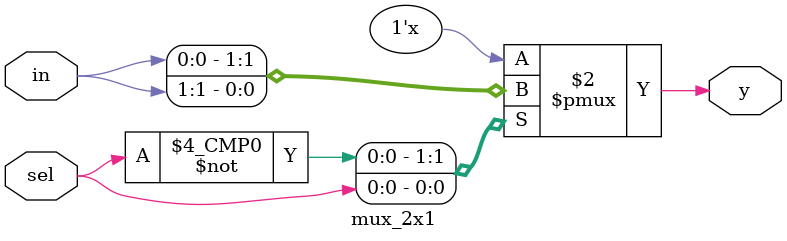
<source format=v>

`timescale 1ns / 1ps

module mux_4x1_2x1(
    input [3:0] in,
    input [1:0] sel,
    output  y
);
wire w1,w2;

mux_2x1 int1(.in(in[1:0]),.sel(sel[0]),.y(w1));
mux_2x1 int2(.in(in[3:2]),.sel(sel[0]),.y(w2));
mux_2x1 int3(.in({w2,w1}),.sel(sel[1]),.y(y));

endmodule

module mux_2x1(
    input [1:0] in,
    output reg y,
    input sel
    );
    
    always@(*)
        begin    
            case (sel) 
                1'b0: y=in[0];
                1'b1: y=in[1];
                default: y=0;
            endcase
        end
endmodule

</source>
